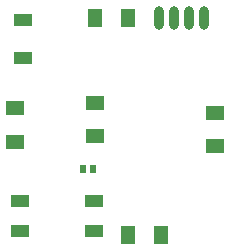
<source format=gbr>
G04 #@! TF.GenerationSoftware,KiCad,Pcbnew,(5.0.2)-1*
G04 #@! TF.CreationDate,2019-08-16T13:34:43+08:00*
G04 #@! TF.ProjectId,IRMQTT,49524d51-5454-42e6-9b69-6361645f7063,rev?*
G04 #@! TF.SameCoordinates,Original*
G04 #@! TF.FileFunction,Paste,Top*
G04 #@! TF.FilePolarity,Positive*
%FSLAX46Y46*%
G04 Gerber Fmt 4.6, Leading zero omitted, Abs format (unit mm)*
G04 Created by KiCad (PCBNEW (5.0.2)-1) date 2019-08-16 13:34:43*
%MOMM*%
%LPD*%
G01*
G04 APERTURE LIST*
%ADD10R,1.500000X1.000000*%
%ADD11O,0.800000X2.000000*%
%ADD12R,0.600000X0.650000*%
%ADD13R,1.500000X1.100000*%
%ADD14R,1.600000X1.200000*%
%ADD15R,1.200000X1.600000*%
G04 APERTURE END LIST*
D10*
G04 #@! TO.C,WI*
X64739520Y-50728880D03*
X64739520Y-47528880D03*
G04 #@! TD*
D11*
G04 #@! TO.C,J1*
X80068420Y-47355760D03*
X78798420Y-47355760D03*
X77528420Y-47355760D03*
X76258420Y-47355760D03*
G04 #@! TD*
D12*
G04 #@! TO.C,R3*
X70696640Y-60104020D03*
X69846640Y-60104020D03*
G04 #@! TD*
D13*
G04 #@! TO.C,IRFT1*
X64470280Y-62816740D03*
X70770280Y-62816740D03*
X64470280Y-65356740D03*
X70770280Y-65356740D03*
G04 #@! TD*
D14*
G04 #@! TO.C,D6*
X81003140Y-58230420D03*
X81003140Y-55430420D03*
G04 #@! TD*
D15*
G04 #@! TO.C,D4*
X73685400Y-65699640D03*
X76485400Y-65699640D03*
G04 #@! TD*
G04 #@! TO.C,D3*
X73617740Y-47386240D03*
X70817740Y-47386240D03*
G04 #@! TD*
D14*
G04 #@! TO.C,D5*
X64076580Y-55020560D03*
X64076580Y-57820560D03*
G04 #@! TD*
G04 #@! TO.C,D2*
X70832980Y-54583680D03*
X70832980Y-57383680D03*
G04 #@! TD*
M02*

</source>
